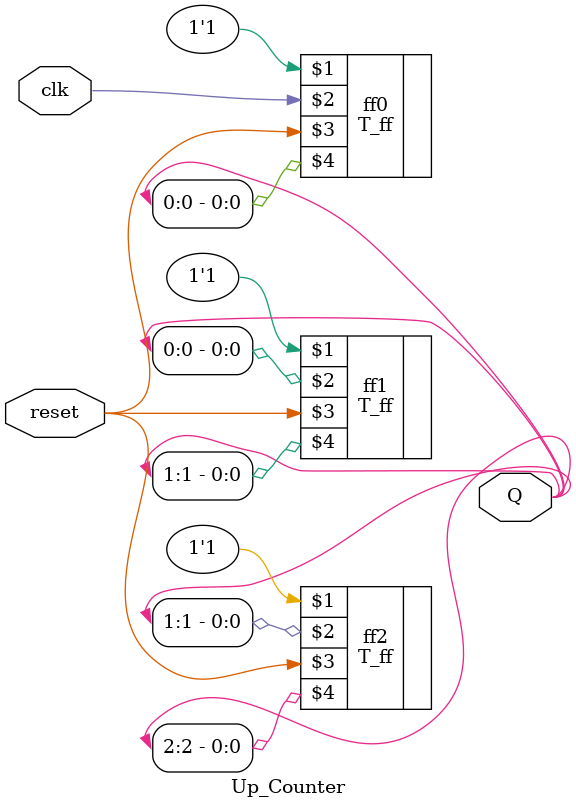
<source format=v>
`timescale 1ns / 1ps

module Up_Counter(
    input clk,reset,
    output [2:0] Q
    );
	 
T_ff ff0(1'b1,clk,reset,Q[0]),
    ff1(1'b1,Q[0],reset,Q[1]),
    ff2(1'b1,Q[1],reset,Q[2]);

endmodule
</source>
